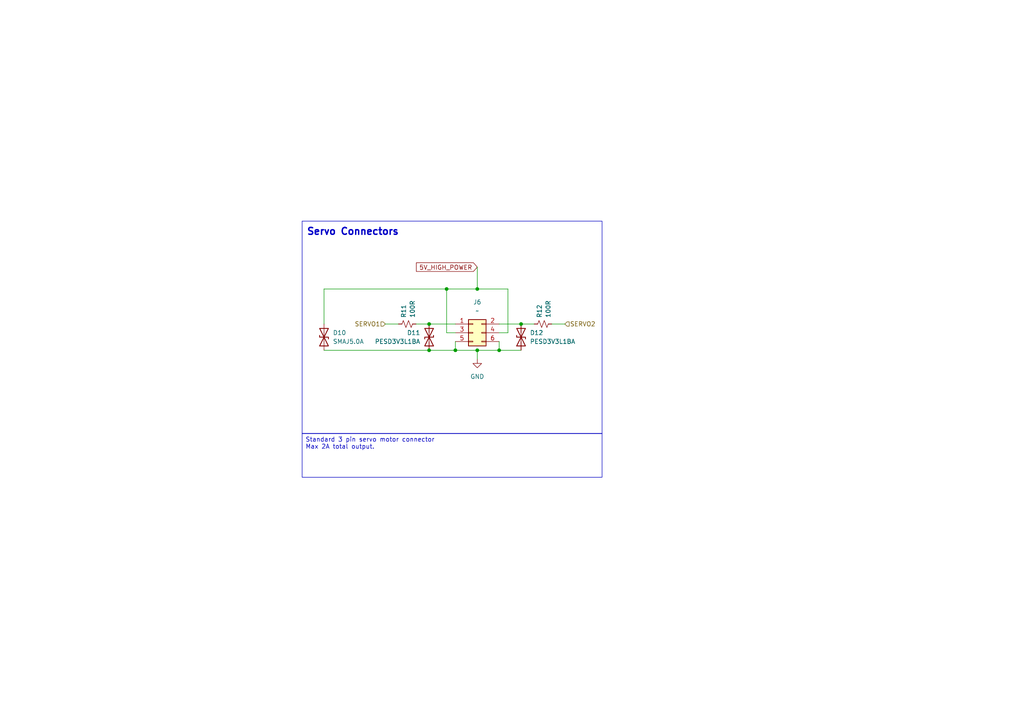
<source format=kicad_sch>
(kicad_sch (version 20250114) (generator "eeschema") (generator_version "9.0")
  (paper "A4")
  (title_block (title "https://github.com/hoeken/brineomatic") (date "2025-12-22") (rev "C"))
  (lib_symbols
    (symbol "Connector_Generic:Conn_02x03_Odd_Even" (pin_names (offset 1.016) (hide yes))
      (property "Reference" "J" (at 1.27 5.08 0))
      (property "Value" "Conn_02x03_Odd_Even" (at 1.27 -5.08 0))
      (symbol "Conn_02x03_Odd_Even_1_1"
        (rectangle (start -1.27 3.81) (end 3.81 -3.81) (stroke (width 0.254)) (fill (type background)))
        (rectangle (start -1.27 2.667) (end 0 2.413) (stroke (width 0.1524)))
        (rectangle (start -1.27 0.127) (end 0 -0.127) (stroke (width 0.1524)))
        (rectangle (start -1.27 -2.413) (end 0 -2.667) (stroke (width 0.1524)))
        (rectangle (start 3.81 2.667) (end 2.54 2.413) (stroke (width 0.1524)))
        (rectangle (start 3.81 0.127) (end 2.54 -0.127) (stroke (width 0.1524)))
        (rectangle (start 3.81 -2.413) (end 2.54 -2.667) (stroke (width 0.1524)))
        (pin passive line (at -5.08 2.54 0) (length 3.81) (name "Pin_1") (number "1"))
        (pin passive line (at -5.08 0 0) (length 3.81) (name "Pin_3") (number "3"))
        (pin passive line (at -5.08 -2.54 0) (length 3.81) (name "Pin_5") (number "5"))
        (pin passive line (at 7.62 2.54 180) (length 3.81) (name "Pin_2") (number "2"))
        (pin passive line (at 7.62 0 180) (length 3.81) (name "Pin_4") (number "4"))
        (pin passive line (at 7.62 -2.54 180) (length 3.81) (name "Pin_6") (number "6"))
      )
    )
    (symbol "Device:D_TVS" (pin_numbers (hide yes)) (pin_names (offset 1.016) (hide yes))
      (property "Reference" "D" (at 0 2.54 0))
      (property "Value" "D_TVS" (at 0 -2.54 0))
      (symbol "D_TVS_0_1"
        (polyline (pts (xy -2.54 1.27) (xy -2.54 -1.27) (xy 2.54 1.27) (xy 2.54 -1.27) (xy -2.54 1.27)) (stroke (width 0.254)))
        (polyline (pts (xy 0.508 1.27) (xy 0 1.27) (xy 0 -1.27) (xy -0.508 -1.27)) (stroke (width 0.254)))
        (polyline (pts (xy 1.27 0) (xy -1.27 0)))
      )
      (symbol "D_TVS_1_1"
        (pin passive line (at -3.81 0 0) (length 2.54) (name "A1") (number "1"))
        (pin passive line (at 3.81 0 180) (length 2.54) (name "A2") (number "2"))
      )
    )
    (symbol "Device:R_Small_US" (pin_numbers (hide yes)) (pin_names (offset 0.254) (hide yes))
      (property "Reference" "R" (at 0.762 0.508 0))
      (property "Value" "R_Small_US" (at 0.762 -1.016 0))
      (symbol "R_Small_US_1_1"
        (polyline (pts (xy 0 1.524) (xy 1.016 1.143) (xy 0 0.762) (xy -1.016 0.381) (xy 0 0)))
        (polyline (pts (xy 0 0) (xy 1.016 -0.381) (xy 0 -0.762) (xy -1.016 -1.143) (xy 0 -1.524)))
        (pin passive line (at 0 2.54 270) (length 1.016) (name "~") (number "1"))
        (pin passive line (at 0 -2.54 90) (length 1.016) (name "~") (number "2"))
      )
    )
    (symbol "power:GND" (power) (pin_numbers (hide yes)) (pin_names (offset 0) (hide yes))
      (property "Value" "GND" (at 0 -3.81 0))
      (symbol "GND_0_1"
        (polyline (pts (xy 0 0) (xy 0 -1.27) (xy 1.27 -1.27) (xy 0 -2.54) (xy -1.27 -1.27) (xy 0 -1.27)))
      )
      (symbol "GND_1_1"
        (pin power_in line (at 0 0 270) (length 0) (name "~") (number "1"))
      )
    )
  )
  (rectangle (start 87.63 64.135) (end 174.625 125.73))
  (text "Servo Connectors" (at 88.9 67.31 0) (effects (font (size 2 2) (thickness 0.4) (bold yes)) (justify left)))
  (text_box "Standard 3 pin servo motor connector\nMax 2A total output." (at 87.63 125.73 0) (size 86.995 12.7) (margins 0.9525 0.9525 0.9525 0.9525) (effects (font (size 1.27 1.27)) (justify left top)))
  (junction (at 138.43 101.6))
  (junction (at 132.08 101.6))
  (junction (at 144.78 101.6))
  (junction (at 124.46 93.98))
  (junction (at 129.54 83.82))
  (junction (at 138.43 83.82))
  (junction (at 124.46 101.6))
  (junction (at 151.13 93.98))
  (wire (pts (xy 93.98 83.82) (xy 129.54 83.82)))
  (wire (pts (xy 132.08 101.6) (xy 138.43 101.6)))
  (wire (pts (xy 132.08 93.98) (xy 124.46 93.98)))
  (wire (pts (xy 132.08 99.06) (xy 132.08 101.6)))
  (wire (pts (xy 144.78 99.06) (xy 144.78 101.6)))
  (wire (pts (xy 138.43 83.82) (xy 147.32 83.82)))
  (wire (pts (xy 124.46 101.6) (xy 132.08 101.6)))
  (wire (pts (xy 129.54 83.82) (xy 129.54 96.52)))
  (wire (pts (xy 138.43 77.47) (xy 138.43 83.82)))
  (wire (pts (xy 138.43 101.6) (xy 144.78 101.6)))
  (wire (pts (xy 124.46 93.98) (xy 120.65 93.98)))
  (wire (pts (xy 124.46 101.6) (xy 93.98 101.6)))
  (wire (pts (xy 138.43 101.6) (xy 138.43 104.14)))
  (wire (pts (xy 129.54 83.82) (xy 138.43 83.82)))
  (wire (pts (xy 129.54 96.52) (xy 132.08 96.52)))
  (wire (pts (xy 115.57 93.98) (xy 111.76 93.98)))
  (wire (pts (xy 151.13 93.98) (xy 154.94 93.98)))
  (wire (pts (xy 144.78 101.6) (xy 151.13 101.6)))
  (wire (pts (xy 147.32 96.52) (xy 144.78 96.52)))
  (wire (pts (xy 147.32 83.82) (xy 147.32 96.52)))
  (wire (pts (xy 93.98 83.82) (xy 93.98 93.98)))
  (wire (pts (xy 160.02 93.98) (xy 163.83 93.98)))
  (wire (pts (xy 151.13 93.98) (xy 144.78 93.98)))
  (global_label "5V_HIGH_POWER" (shape input) (at 138.43 77.47 180) (property "Intersheetrefs" "${INTERSHEET_REFS}" (effects (hide yes))))
  (hierarchical_label "SERVO1" (shape input) (at 111.76 93.98 180))
  (hierarchical_label "SERVO2" (shape input) (at 163.83 93.98 0))
  (symbol (lib_id "Device:R_Small_US") (at 157.48 93.98 270) (unit 1)
    (property "Reference" "R12" (at 156.464 92.202 0) (effects (justify right)))
    (property "Value" "100R" (at 159.004 92.202 0) (effects (justify right)))
    (property "Footprint" "Resistor_SMD:R_0603_1608Metric" (effects (hide yes)))
    (property "Description" "Resistor, small US symbol" (effects (hide yes)))
  )
  (symbol (lib_id "Device:D_TVS") (at 124.46 97.79 270) (mirror x) (unit 1)
    (property "Reference" "D11" (at 121.92 96.5199 90) (effects (justify right)))
    (property "Value" "PESD3V3L1BA" (at 121.92 99.0599 90) (effects (justify right)))
    (property "Footprint" "Diode_SMD:D_SOD-323" (effects (hide yes)))
    (property "Description" "Bidirectional transient-voltage-suppression diode" (effects (hide yes)))
    (property "LCSC" "C2687129" (effects (hide yes)))
  )
  (symbol (lib_id "Device:D_TVS") (at 93.98 97.79 90) (unit 1)
    (property "Reference" "D10" (at 96.52 96.52 90) (effects (justify right)))
    (property "Value" "SMAJ5.0A" (at 96.52 99.06 90) (effects (justify right)))
    (property "Footprint" "Diode_SMD:D_SMA" (effects (hide yes)))
    (property "LCSC" "C87074" (effects (hide yes)))
  )
  (symbol (lib_id "Connector_Generic:Conn_02x03_Odd_Even") (at 137.16 96.52 0) (unit 1)
    (property "Reference" "J6" (at 138.43 87.63 0))
    (property "Value" "~" (at 138.43 90.17 0))
    (property "Footprint" "Connector_PinHeader_2.54mm:PinHeader_2x03_P2.54mm_Horizontal" (effects (hide yes)))
    (property "Description" "Generic connector, double row, 02x03, odd/even pin numbering scheme (row 1 odd numbers, row 2 even numbers), script generated (kicad-library-utils/schlib/autogen/connector/)" (effects (hide yes)))
    (property "LCSC" "C239334" (effects (hide yes)))
    (property "Rotation Offset" "270" (effects (hide yes)))
  )
  (symbol (lib_id "Device:R_Small_US") (at 118.11 93.98 270) (unit 1)
    (property "Reference" "R11" (at 117.094 92.202 0) (effects (justify right)))
    (property "Value" "100R" (at 119.634 92.202 0) (effects (justify right)))
    (property "Footprint" "Resistor_SMD:R_0603_1608Metric" (effects (hide yes)))
    (property "Description" "Resistor, small US symbol" (effects (hide yes)))
  )
  (symbol (lib_id "Device:D_TVS") (at 151.13 97.79 90) (unit 1)
    (property "Reference" "D12" (at 153.67 96.5199 90) (effects (justify right)))
    (property "Value" "PESD3V3L1BA" (at 153.67 99.0599 90) (effects (justify right)))
    (property "Footprint" "Diode_SMD:D_SOD-323" (effects (hide yes)))
    (property "Description" "Bidirectional transient-voltage-suppression diode" (effects (hide yes)))
    (property "LCSC" "C2687129" (effects (hide yes)))
  )
  (symbol (lib_id "power:GND") (at 138.43 104.14 0) (mirror y) (unit 1)
    (property "Reference" "#PWR022" (effects (hide yes)))
    (property "Value" "GND" (at 138.43 109.22 0))
    (property "Description" "Power symbol creates a global label with name \"GND\" , ground" (effects (hide yes)))
  )
)
</source>
